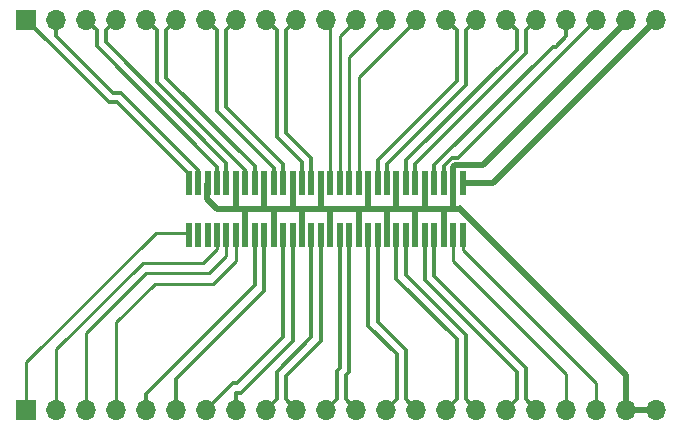
<source format=gbl>
G04 #@! TF.GenerationSoftware,KiCad,Pcbnew,5.1.4-e60b266~84~ubuntu18.04.1*
G04 #@! TF.CreationDate,2019-09-22T16:17:36+02:00*
G04 #@! TF.ProjectId,Mezz2,4d657a7a-322e-46b6-9963-61645f706362,2*
G04 #@! TF.SameCoordinates,Original*
G04 #@! TF.FileFunction,Copper,L2,Bot*
G04 #@! TF.FilePolarity,Positive*
%FSLAX46Y46*%
G04 Gerber Fmt 4.6, Leading zero omitted, Abs format (unit mm)*
G04 Created by KiCad (PCBNEW 5.1.4-e60b266~84~ubuntu18.04.1) date 2019-09-22 16:17:36*
%MOMM*%
%LPD*%
G04 APERTURE LIST*
%ADD10R,0.500000X2.000000*%
%ADD11O,1.700000X1.700000*%
%ADD12R,1.700000X1.700000*%
%ADD13C,0.250000*%
%ADD14C,0.300000*%
%ADD15C,0.500000*%
G04 APERTURE END LIST*
D10*
X108942000Y-96853000D03*
X107342000Y-92453000D03*
X99342000Y-92453000D03*
X103342000Y-92453000D03*
X103342000Y-96853000D03*
X101742000Y-96853000D03*
X98542000Y-92453000D03*
X102542000Y-92453000D03*
X101742000Y-92453000D03*
X104942000Y-92453000D03*
X99342000Y-96853000D03*
X106542000Y-96853000D03*
X102542000Y-96853000D03*
X100942000Y-96853000D03*
X107342000Y-96853000D03*
X100142000Y-96853000D03*
X100942000Y-92453000D03*
X98542000Y-96853000D03*
X108942000Y-92453000D03*
X108142000Y-96853000D03*
X104142000Y-92453000D03*
X104142000Y-96853000D03*
X105742000Y-96853000D03*
X106542000Y-92453000D03*
X109742000Y-92453000D03*
X108142000Y-92453000D03*
X105742000Y-92453000D03*
X100142000Y-92453000D03*
X109742000Y-96853000D03*
X104942000Y-96853000D03*
X86542000Y-96853000D03*
X86542000Y-92453000D03*
X87342000Y-92453000D03*
X87342000Y-96853000D03*
X88142000Y-92453000D03*
X88142000Y-96853000D03*
X88942000Y-92453000D03*
X88942000Y-96853000D03*
X89742000Y-96853000D03*
X89742000Y-92453000D03*
X90542000Y-96853000D03*
X90542000Y-92453000D03*
X91342000Y-96853000D03*
X91342000Y-92453000D03*
X92142000Y-96853000D03*
X92142000Y-92453000D03*
X92942000Y-92453000D03*
X92942000Y-96853000D03*
X93742000Y-92453000D03*
X93742000Y-96853000D03*
X94542000Y-96853000D03*
X94542000Y-92453000D03*
X95342000Y-96853000D03*
X95342000Y-92453000D03*
X96142000Y-92453000D03*
X96142000Y-96853000D03*
X97742000Y-96853000D03*
X97742000Y-92453000D03*
X96942000Y-92453000D03*
X96942000Y-96853000D03*
D11*
X126140000Y-78610000D03*
X123600000Y-78610000D03*
X121060000Y-78610000D03*
X118520000Y-78610000D03*
X115980000Y-78610000D03*
X113440000Y-78610000D03*
X110900000Y-78610000D03*
X108360000Y-78610000D03*
X105820000Y-78610000D03*
X103280000Y-78610000D03*
X100740000Y-78610000D03*
X98200000Y-78610000D03*
X95660000Y-78610000D03*
X93120000Y-78610000D03*
X90580000Y-78610000D03*
X88040000Y-78610000D03*
X85500000Y-78610000D03*
X82960000Y-78610000D03*
X80420000Y-78610000D03*
X77880000Y-78610000D03*
X75340000Y-78610000D03*
D12*
X72800000Y-78610000D03*
X72800000Y-111630000D03*
D11*
X75340000Y-111630000D03*
X77880000Y-111630000D03*
X80420000Y-111630000D03*
X82960000Y-111630000D03*
X85500000Y-111630000D03*
X88040000Y-111630000D03*
X90580000Y-111630000D03*
X93120000Y-111630000D03*
X95660000Y-111630000D03*
X98200000Y-111630000D03*
X100740000Y-111630000D03*
X103280000Y-111630000D03*
X105820000Y-111630000D03*
X108360000Y-111630000D03*
X110900000Y-111630000D03*
X113440000Y-111630000D03*
X115980000Y-111630000D03*
X118520000Y-111630000D03*
X121060000Y-111630000D03*
X123600000Y-111630000D03*
X126140000Y-111630000D03*
D13*
X72800000Y-110404700D02*
X72800000Y-111630000D01*
X72800000Y-107620000D02*
X72800000Y-110404700D01*
X86540000Y-96680000D02*
X83740000Y-96680000D01*
X83740000Y-96680000D02*
X72800000Y-107620000D01*
X75340000Y-106480000D02*
X75340000Y-111630000D01*
X82650000Y-99170000D02*
X75340000Y-106480000D01*
X88940000Y-96680000D02*
X88940000Y-98030000D01*
X87800000Y-99170000D02*
X82650000Y-99170000D01*
X88940000Y-98030000D02*
X87800000Y-99170000D01*
X77880000Y-105140000D02*
X77880000Y-110427919D01*
X82930000Y-100090000D02*
X77880000Y-105140000D01*
X77880000Y-110427919D02*
X77880000Y-111630000D01*
X89740000Y-96680000D02*
X89740000Y-98583122D01*
X88233122Y-100090000D02*
X82930000Y-100090000D01*
X89740000Y-98583122D02*
X88233122Y-100090000D01*
X80420000Y-110427919D02*
X80420000Y-111630000D01*
X80420000Y-104200000D02*
X80420000Y-110427919D01*
X83660000Y-100960000D02*
X80420000Y-104200000D01*
X88577878Y-100960000D02*
X83660000Y-100960000D01*
X90540000Y-96680000D02*
X90540000Y-98997878D01*
X90540000Y-98997878D02*
X88577878Y-100960000D01*
D14*
X92142000Y-96853000D02*
X92142000Y-101090878D01*
X92142000Y-101090878D02*
X82960000Y-110272878D01*
X82960000Y-110427919D02*
X82960000Y-111630000D01*
X82960000Y-110272878D02*
X82960000Y-110427919D01*
X92942000Y-101558000D02*
X92942000Y-96853000D01*
X85500000Y-111630000D02*
X85500000Y-109000000D01*
X85500000Y-109000000D02*
X92942000Y-101558000D01*
X94542000Y-96853000D02*
X94542000Y-105472314D01*
X90290000Y-109380000D02*
X90014315Y-109655685D01*
X90634314Y-109380000D02*
X90290000Y-109380000D01*
X90014315Y-109655685D02*
X88040000Y-111630000D01*
X94542000Y-105472314D02*
X90634314Y-109380000D01*
X95342000Y-96853000D02*
X95342000Y-105803686D01*
X95342000Y-105803686D02*
X90965686Y-110180000D01*
X90621371Y-110180000D02*
X90580000Y-110221371D01*
X90580000Y-110221371D02*
X90580000Y-111630000D01*
X90965686Y-110180000D02*
X90621371Y-110180000D01*
X93120000Y-111630000D02*
X93990000Y-110760000D01*
X93990000Y-110760000D02*
X93990000Y-108444314D01*
X93990000Y-108444314D02*
X96942000Y-105492314D01*
X96942000Y-105492314D02*
X96942000Y-96853000D01*
X94790000Y-110760000D02*
X94790000Y-108775686D01*
X95660000Y-111630000D02*
X94790000Y-110760000D01*
X97742000Y-105823686D02*
X97742000Y-96853000D01*
X94790000Y-108775686D02*
X97742000Y-105823686D01*
X99342000Y-96853000D02*
X99342000Y-108102314D01*
X99342000Y-108102314D02*
X99070000Y-108374314D01*
X99070000Y-110760000D02*
X98200000Y-111630000D01*
X99070000Y-108374314D02*
X99070000Y-110760000D01*
X100142000Y-96853000D02*
X100142000Y-108433686D01*
X99870000Y-110760000D02*
X100740000Y-111630000D01*
X99870000Y-108705686D02*
X99870000Y-110760000D01*
X100142000Y-108433686D02*
X99870000Y-108705686D01*
X101742000Y-96853000D02*
X101742000Y-104537686D01*
X104150000Y-110760000D02*
X103280000Y-111630000D01*
X101742000Y-104537686D02*
X104150000Y-106945686D01*
X104150000Y-106945686D02*
X104150000Y-110760000D01*
X102542000Y-96853000D02*
X102542000Y-104206314D01*
X104950000Y-110760000D02*
X105820000Y-111630000D01*
X104950000Y-106614314D02*
X104950000Y-110760000D01*
X102542000Y-104206314D02*
X104950000Y-106614314D01*
X104142000Y-96853000D02*
X104142000Y-100537686D01*
X109230000Y-110760000D02*
X108360000Y-111630000D01*
X104142000Y-100537686D02*
X109230000Y-105625686D01*
X109230000Y-105625686D02*
X109230000Y-110760000D01*
X104942000Y-96853000D02*
X104942000Y-100206314D01*
X110030000Y-110760000D02*
X110900000Y-111630000D01*
X110030000Y-105294314D02*
X110030000Y-110760000D01*
X104942000Y-100206314D02*
X110030000Y-105294314D01*
X106542000Y-96853000D02*
X106542000Y-100657686D01*
X106542000Y-100657686D02*
X114310000Y-108425686D01*
X114310000Y-110760000D02*
X113440000Y-111630000D01*
X114310000Y-108425686D02*
X114310000Y-110760000D01*
X107342000Y-96853000D02*
X107342000Y-100326314D01*
X115110000Y-108094314D02*
X115110000Y-110760000D01*
X107342000Y-100326314D02*
X115110000Y-108094314D01*
X115110000Y-110760000D02*
X115980000Y-111630000D01*
D13*
X108940000Y-96680000D02*
X108940000Y-99020000D01*
X118520000Y-108600000D02*
X118520000Y-111630000D01*
X108940000Y-99020000D02*
X118520000Y-108600000D01*
X109740000Y-96680000D02*
X109740000Y-98084000D01*
X109740000Y-98084000D02*
X121060000Y-109404000D01*
X121060000Y-109404000D02*
X121060000Y-111630000D01*
D15*
X123600000Y-111630000D02*
X124914700Y-111630000D01*
X126140000Y-111630000D02*
X124914700Y-111630000D01*
X105740000Y-94684000D02*
X105740000Y-96680000D01*
X104140000Y-92480000D02*
X104140000Y-94475900D01*
X101740000Y-94579900D02*
X101636100Y-94579900D01*
X101740000Y-94579900D02*
X101740000Y-93884000D01*
X101740000Y-92480000D02*
X101740000Y-93884000D01*
X91340000Y-94614000D02*
X91340000Y-96680000D01*
X88140000Y-92480000D02*
X88140000Y-93823000D01*
X91342000Y-94612000D02*
X91340000Y-94614000D01*
X88140000Y-93823000D02*
X88929000Y-94612000D01*
X92940000Y-94559000D02*
X92993000Y-94612000D01*
X92940000Y-92480000D02*
X92940000Y-94559000D01*
X96140000Y-94640000D02*
X96168000Y-94612000D01*
X96140000Y-96680000D02*
X96140000Y-94640000D01*
X95340000Y-94609500D02*
X95342500Y-94612000D01*
X95340000Y-92480000D02*
X95340000Y-94609500D01*
X97740000Y-94564000D02*
X97692000Y-94612000D01*
X97740000Y-92480000D02*
X97740000Y-94564000D01*
X98540000Y-94634500D02*
X98517500Y-94612000D01*
X98540000Y-96680000D02*
X98540000Y-94634500D01*
X100940000Y-94621500D02*
X100930500Y-94612000D01*
X100940000Y-96680000D02*
X100940000Y-94621500D01*
X103340000Y-94615500D02*
X103343500Y-94612000D01*
X103340000Y-96680000D02*
X103340000Y-94615500D01*
X106540000Y-94570000D02*
X106582000Y-94612000D01*
X106540000Y-92480000D02*
X106540000Y-94570000D01*
X108140000Y-94641500D02*
X108169500Y-94612000D01*
X108140000Y-96680000D02*
X108140000Y-94641500D01*
X109439500Y-94612000D02*
X91342000Y-94612000D01*
X109479500Y-94572000D02*
X109439500Y-94612000D01*
X109439500Y-94612000D02*
X109519500Y-94612000D01*
X123600000Y-108692500D02*
X123600000Y-111630000D01*
X109519500Y-94612000D02*
X123600000Y-108692500D01*
X93740000Y-94627000D02*
X93755000Y-94612000D01*
X93742000Y-96853000D02*
X93740000Y-96851000D01*
X93740000Y-96851000D02*
X93740000Y-94627000D01*
X90542000Y-93953000D02*
X90542000Y-94612000D01*
X90542000Y-92453000D02*
X90542000Y-93953000D01*
X88929000Y-94612000D02*
X90542000Y-94612000D01*
X90542000Y-94612000D02*
X91342000Y-94612000D01*
X108931500Y-91500500D02*
X108931500Y-94612000D01*
X108931500Y-91113498D02*
X108931500Y-91500500D01*
X111447501Y-90952999D02*
X109091999Y-90952999D01*
X123600000Y-78800500D02*
X111447501Y-90952999D01*
X123600000Y-78610000D02*
X123600000Y-78800500D01*
X109091999Y-90952999D02*
X108931500Y-91113498D01*
D14*
X86542000Y-92453000D02*
X86542000Y-91647686D01*
X86542000Y-91647686D02*
X80504314Y-85610000D01*
X74774315Y-80584315D02*
X72800000Y-78610000D01*
X80504314Y-85610000D02*
X79800000Y-85610000D01*
X79800000Y-85610000D02*
X74774315Y-80584315D01*
X87342000Y-92453000D02*
X87342000Y-91316314D01*
X87342000Y-91316314D02*
X80835686Y-84810000D01*
X75340000Y-80018629D02*
X75340000Y-78610000D01*
X80835686Y-84810000D02*
X80131371Y-84810000D01*
X80131371Y-84810000D02*
X75340000Y-80018629D01*
X88942000Y-92453000D02*
X88942000Y-91047686D01*
X78750000Y-79480000D02*
X77880000Y-78610000D01*
X88942000Y-91047686D02*
X78750000Y-80855686D01*
X78750000Y-80855686D02*
X78750000Y-79480000D01*
X89742000Y-92453000D02*
X89742000Y-90716314D01*
X79550000Y-79480000D02*
X80420000Y-78610000D01*
X79550000Y-80524314D02*
X79550000Y-79480000D01*
X89742000Y-90716314D02*
X79550000Y-80524314D01*
X91342000Y-92453000D02*
X91342000Y-91357686D01*
X83830000Y-79480000D02*
X82960000Y-78610000D01*
X91342000Y-91357686D02*
X83830000Y-83845686D01*
X83830000Y-83845686D02*
X83830000Y-79480000D01*
X92142000Y-92453000D02*
X92142000Y-91026314D01*
X84630000Y-79480000D02*
X85500000Y-78610000D01*
X84630000Y-83514314D02*
X84630000Y-79480000D01*
X92142000Y-91026314D02*
X84630000Y-83514314D01*
X93742000Y-92453000D02*
X93742000Y-91167686D01*
X88910000Y-79480000D02*
X88040000Y-78610000D01*
X93742000Y-91167686D02*
X88910000Y-86335686D01*
X88910000Y-86335686D02*
X88910000Y-79480000D01*
X94542000Y-92453000D02*
X94542000Y-90836314D01*
X89710000Y-79480000D02*
X90580000Y-78610000D01*
X89710000Y-86004314D02*
X89710000Y-79480000D01*
X94542000Y-90836314D02*
X89710000Y-86004314D01*
X96142000Y-92453000D02*
X96142000Y-90667686D01*
X93990000Y-79480000D02*
X93120000Y-78610000D01*
X96142000Y-90667686D02*
X93990000Y-88515686D01*
X93990000Y-88515686D02*
X93990000Y-79480000D01*
X96942000Y-92453000D02*
X96942000Y-90336314D01*
X94790000Y-79480000D02*
X95660000Y-78610000D01*
X94790000Y-88184314D02*
X94790000Y-79480000D01*
X96942000Y-90336314D02*
X94790000Y-88184314D01*
D13*
X98542000Y-78952000D02*
X98200000Y-78610000D01*
X98542000Y-92453000D02*
X98542000Y-78952000D01*
X99342000Y-80008000D02*
X100740000Y-78610000D01*
X99342000Y-92453000D02*
X99342000Y-80008000D01*
X100142000Y-91203000D02*
X100130000Y-91191000D01*
X100142000Y-92453000D02*
X100142000Y-91203000D01*
X100130000Y-81760000D02*
X103280000Y-78610000D01*
X100130000Y-91191000D02*
X100130000Y-81760000D01*
X100942000Y-91203000D02*
X100950000Y-91195000D01*
X100942000Y-92453000D02*
X100942000Y-91203000D01*
X100950000Y-83480000D02*
X105820000Y-78610000D01*
X100950000Y-91195000D02*
X100950000Y-83480000D01*
D14*
X102542000Y-92453000D02*
X102542000Y-90512314D01*
X109230000Y-79480000D02*
X108360000Y-78610000D01*
X102542000Y-90512314D02*
X109230000Y-83824314D01*
X109230000Y-83824314D02*
X109230000Y-79480000D01*
X103342000Y-92453000D02*
X103342000Y-90843686D01*
X110030000Y-79480000D02*
X110900000Y-78610000D01*
X110030000Y-84155686D02*
X110030000Y-79480000D01*
X103342000Y-90843686D02*
X110030000Y-84155686D01*
X104942000Y-92453000D02*
X104942000Y-90502314D01*
X114310000Y-79480000D02*
X113440000Y-78610000D01*
X104942000Y-90502314D02*
X114310000Y-81134314D01*
X114310000Y-81134314D02*
X114310000Y-79480000D01*
X105742000Y-92453000D02*
X105742000Y-90833686D01*
X115110000Y-79480000D02*
X115980000Y-78610000D01*
X115110000Y-81465686D02*
X115110000Y-79480000D01*
X105742000Y-90833686D02*
X115110000Y-81465686D01*
X117354314Y-80890000D02*
X107342000Y-90902314D01*
X117648629Y-80890000D02*
X117354314Y-80890000D01*
X118520000Y-78610000D02*
X118520000Y-80018629D01*
X107342000Y-90902314D02*
X107342000Y-92453000D01*
X118520000Y-80018629D02*
X117648629Y-80890000D01*
X108822755Y-90302989D02*
X108142000Y-90983744D01*
X108142000Y-91153000D02*
X108142000Y-92453000D01*
X108142000Y-90983744D02*
X108142000Y-91153000D01*
X109367012Y-90302988D02*
X108822755Y-90302989D01*
X121060000Y-78610000D02*
X109367012Y-90302988D01*
D15*
X112297000Y-92453000D02*
X126140000Y-78610000D01*
X109740000Y-92480000D02*
X109740000Y-92455000D01*
X109742000Y-92453000D02*
X112297000Y-92453000D01*
X109740000Y-92455000D02*
X109742000Y-92453000D01*
M02*

</source>
